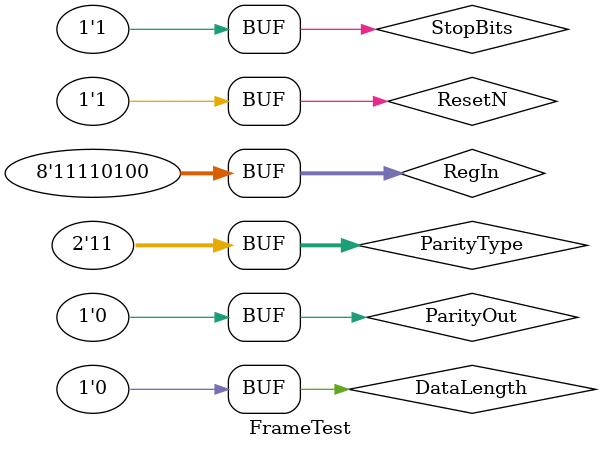
<source format=v>

`timescale 1ns/1ns
module FrameTest();

//regs
reg [7:0] RegIn;
reg [1:0] ParityType;
reg ResetN, ParityOut, StopBits, DataLength;

//wires
wire [10:0] FrameOut;

//Design module instance
FrameGenerator ForTest(
     .RegIn(RegIn), .ParityType(ParityType), .ResetN(ResetN), .ParityOut(ParityOut), .StopBits(StopBits), .DataLength(DataLength), //inputs

     .FrameOut(FrameOut)      //output
);

//Reset
initial begin
     ResetN = 1'b0;
    #100 ResetN = 1'b1;
end

//Varying the stopits, datalength, paritytype >>> 4-bits with 16 different cases with 8 ignored cases <<<
initial begin

         {StopBits, DataLength, ParityType[1:0]} = 4'b0100;      //1-bit stop bit, 8-bits data length, no parity
         ParityOut  =   (^(8'b0000_0000))? 1'b0 : 1'b1;
    #100 {StopBits, DataLength, ParityType[1:0]} = 4'b0101;      //1-bit stop bit, 8-bits data length, odd parity
         ParityOut  =   (^(8'b0000_0010))? 1'b0 : 1'b1;
    #100 {StopBits, DataLength, ParityType[1:0]} = 4'b0110;      //1-bit stop bit, 8-bits data length, even parity
         ParityOut  =   (^(8'b0110_0011))? 1'b1 : 1'b0;
    #100 {StopBits, DataLength, ParityType[1:0]} = 4'b0111;      //1-bit stop bit, 8-bits data length, no parity
         ParityOut  =   (^(8'b0101_0010))? 1'b0 : 1'b1;
    #100 {StopBits, DataLength, ParityType[1:0]} = 4'b1000;      //2-bits stop bit, 7-bits data length, no parity
         ParityOut  =   (^(8'b1111_0100))? 1'b0 : 1'b1;
    #100 {StopBits, DataLength, ParityType[1:0]} = 4'b1001;      //2-bits stop bit, 7-bits data length, odd parity
         ParityOut  =   (^(8'b1111_0010))? 1'b0 : 1'b1;
    #100 {StopBits, DataLength, ParityType[1:0]} = 4'b1010;      //2-bits stop bit, 7-bits data length, even parity
         ParityOut  =   (^(8'b1111_0011))? 1'b1 : 1'b0;
    #100 {StopBits, DataLength, ParityType[1:0]} = 4'b1011;      //2-bits stop bit, 7-bits data length, no parity
         ParityOut  =   (^(8'b1111_0100))? 1'b0 : 1'b1;
end

//various Inputs 
initial begin

         RegIn = 8'b0000_0000;         //1-bit stop bit, 8-bits data bits, no parity bit
    #100 RegIn = 8'b0000_0010;         //1-bit stop bit, 8-bits data bits, odd parity
    #100 RegIn = 8'b0110_0011;         //1-bit stop bit, 8-bits data bits, even parity
    #100 RegIn = 8'b0101_0010;         //1-bit stop bit, 8-bits data bits, no parity bit
    #100 RegIn = 8'b1111_0100;          //2-bit stop bit, 7-bits data bits, no parity bit
    #100 RegIn = 8'b1111_0010;          //2-bit stop bit, 7-bits data bits, odd parity
    #100 RegIn = 8'b1111_0011;          //2-bit stop bit, 7-bits data bits, even parity
    #100 RegIn = 8'b1111_0100;          //2-bit stop bit, 7-bits data bits, no parity bit
    
end

endmodule
</source>
